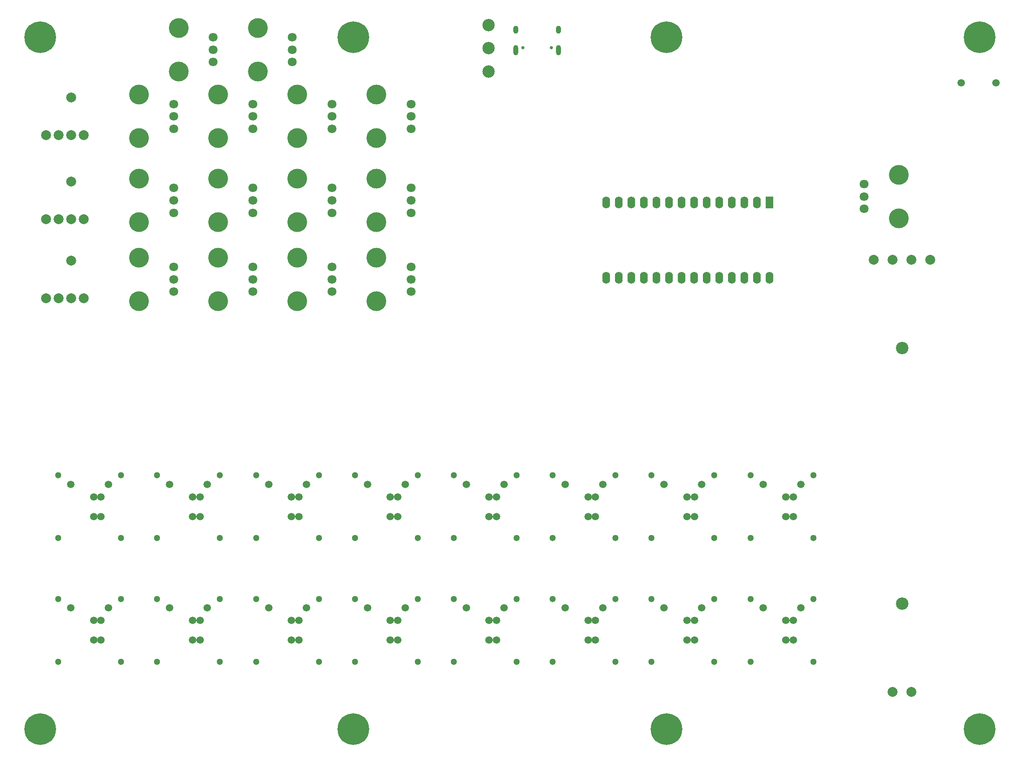
<source format=gbr>
%TF.GenerationSoftware,KiCad,Pcbnew,8.0.1-8.0.1-1~ubuntu22.04.1*%
%TF.CreationDate,2024-04-05T09:56:01+02:00*%
%TF.ProjectId,Sequencer,53657175-656e-4636-9572-2e6b69636164,rev?*%
%TF.SameCoordinates,Original*%
%TF.FileFunction,Soldermask,Bot*%
%TF.FilePolarity,Negative*%
%FSLAX46Y46*%
G04 Gerber Fmt 4.6, Leading zero omitted, Abs format (unit mm)*
G04 Created by KiCad (PCBNEW 8.0.1-8.0.1-1~ubuntu22.04.1) date 2024-04-05 09:56:01*
%MOMM*%
%LPD*%
G01*
G04 APERTURE LIST*
%ADD10C,4.000000*%
%ADD11C,1.800000*%
%ADD12C,1.300000*%
%ADD13C,1.512000*%
%ADD14C,0.800000*%
%ADD15C,6.400000*%
%ADD16C,2.006600*%
%ADD17C,2.514600*%
%ADD18C,2.000000*%
%ADD19C,2.500000*%
%ADD20C,0.650000*%
%ADD21O,1.000000X2.100000*%
%ADD22O,1.000000X1.600000*%
%ADD23R,1.600000X2.400000*%
%ADD24O,1.600000X2.400000*%
%ADD25C,1.500000*%
G04 APERTURE END LIST*
D10*
%TO.C,RV516*%
X278650000Y-82800000D03*
X278650000Y-91600000D03*
D11*
X271650000Y-84700000D03*
X271650000Y-87200000D03*
X271650000Y-89700000D03*
%TD*%
D10*
%TO.C,RV511*%
X133000000Y-61900000D03*
X133000000Y-53100000D03*
D11*
X140000000Y-60000000D03*
X140000000Y-57500000D03*
X140000000Y-55000000D03*
%TD*%
D12*
%TO.C,S408*%
X248650000Y-143650000D03*
X248650000Y-156350000D03*
X261350000Y-143650000D03*
X261350000Y-156350000D03*
D13*
X251190000Y-145500000D03*
X258810000Y-145500000D03*
X255800000Y-152000000D03*
X257300000Y-152000000D03*
X257300000Y-148000000D03*
X255800000Y-148000000D03*
%TD*%
D14*
%TO.C,H102*%
X165933333Y-55000000D03*
X166636277Y-53302944D03*
X166636277Y-56697056D03*
X168333333Y-52600000D03*
D15*
X168333333Y-55000000D03*
D14*
X168333333Y-57400000D03*
X170030389Y-53302944D03*
X170030389Y-56697056D03*
X170733333Y-55000000D03*
%TD*%
%TO.C,H104*%
X292600000Y-55000000D03*
X293302944Y-53302944D03*
X293302944Y-56697056D03*
X295000000Y-52600000D03*
D15*
X295000000Y-55000000D03*
D14*
X295000000Y-57400000D03*
X296697056Y-53302944D03*
X296697056Y-56697056D03*
X297400000Y-55000000D03*
%TD*%
D16*
%TO.C,RV514*%
X281200000Y-100000000D03*
X285000000Y-100000000D03*
X281200000Y-187500004D03*
X277400000Y-100000000D03*
X273600000Y-100000000D03*
X277400000Y-187500004D03*
D17*
X279299999Y-117900003D03*
X279299999Y-169600002D03*
%TD*%
D14*
%TO.C,H107*%
X229266667Y-195000000D03*
X229969611Y-193302944D03*
X229969611Y-196697056D03*
X231666667Y-192600000D03*
D15*
X231666667Y-195000000D03*
D14*
X231666667Y-197400000D03*
X233363723Y-193302944D03*
X233363723Y-196697056D03*
X234066667Y-195000000D03*
%TD*%
D10*
%TO.C,RV505*%
X125000000Y-92400000D03*
X125000000Y-83600000D03*
D11*
X132000000Y-90500000D03*
X132000000Y-88000000D03*
X132000000Y-85500000D03*
%TD*%
D12*
%TO.C,S416*%
X248650000Y-168650000D03*
X248650000Y-181350000D03*
X261350000Y-168650000D03*
X261350000Y-181350000D03*
D13*
X251190000Y-170500000D03*
X258810000Y-170500000D03*
X255800000Y-177000000D03*
X257300000Y-177000000D03*
X257300000Y-173000000D03*
X255800000Y-173000000D03*
%TD*%
D12*
%TO.C,S409*%
X108650000Y-168650000D03*
X108650000Y-181350000D03*
X121350000Y-168650000D03*
X121350000Y-181350000D03*
D13*
X111190000Y-170500000D03*
X118810000Y-170500000D03*
X115800000Y-177000000D03*
X117300000Y-177000000D03*
X117300000Y-173000000D03*
X115800000Y-173000000D03*
%TD*%
D10*
%TO.C,RV507*%
X157000000Y-92400000D03*
X157000000Y-83600000D03*
D11*
X164000000Y-90500000D03*
X164000000Y-88000000D03*
X164000000Y-85500000D03*
%TD*%
D10*
%TO.C,RV512*%
X141000000Y-108400000D03*
X141000000Y-99600000D03*
D11*
X148000000Y-106500000D03*
X148000000Y-104000000D03*
X148000000Y-101500000D03*
%TD*%
D12*
%TO.C,S415*%
X228650000Y-168650000D03*
X228650000Y-181350000D03*
X241350000Y-168650000D03*
X241350000Y-181350000D03*
D13*
X231190000Y-170500000D03*
X238810000Y-170500000D03*
X235800000Y-177000000D03*
X237300000Y-177000000D03*
X237300000Y-173000000D03*
X235800000Y-173000000D03*
%TD*%
D18*
%TO.C,SW401*%
X113810000Y-91810000D03*
X111270000Y-91810000D03*
X108730000Y-91810000D03*
X106190000Y-91810000D03*
X111270000Y-84190000D03*
%TD*%
D12*
%TO.C,S401*%
X108650000Y-143650000D03*
X108650000Y-156350000D03*
X121350000Y-143650000D03*
X121350000Y-156350000D03*
D13*
X111190000Y-145500000D03*
X118810000Y-145500000D03*
X115800000Y-152000000D03*
X117300000Y-152000000D03*
X117300000Y-148000000D03*
X115800000Y-148000000D03*
%TD*%
D18*
%TO.C,SW402*%
X113810000Y-74810000D03*
X111270000Y-74810000D03*
X108730000Y-74810000D03*
X106190000Y-74810000D03*
X111270000Y-67190000D03*
%TD*%
D12*
%TO.C,S412*%
X168650000Y-168650000D03*
X168650000Y-181350000D03*
X181350000Y-168650000D03*
X181350000Y-181350000D03*
D13*
X171190000Y-170500000D03*
X178810000Y-170500000D03*
X175800000Y-177000000D03*
X177300000Y-177000000D03*
X177300000Y-173000000D03*
X175800000Y-173000000D03*
%TD*%
D10*
%TO.C,RV510*%
X125000000Y-108400000D03*
X125000000Y-99600000D03*
D11*
X132000000Y-106500000D03*
X132000000Y-104000000D03*
X132000000Y-101500000D03*
%TD*%
D12*
%TO.C,S405*%
X188650000Y-143650000D03*
X188650000Y-156350000D03*
X201350000Y-143650000D03*
X201350000Y-156350000D03*
D13*
X191190000Y-145500000D03*
X198810000Y-145500000D03*
X195800000Y-152000000D03*
X197300000Y-152000000D03*
X197300000Y-148000000D03*
X195800000Y-148000000D03*
%TD*%
D12*
%TO.C,S407*%
X228650000Y-143650000D03*
X228650000Y-156350000D03*
X241350000Y-143650000D03*
X241350000Y-156350000D03*
D13*
X231190000Y-145500000D03*
X238810000Y-145500000D03*
X235800000Y-152000000D03*
X237300000Y-152000000D03*
X237300000Y-148000000D03*
X235800000Y-148000000D03*
%TD*%
D12*
%TO.C,S414*%
X208650000Y-168650000D03*
X208650000Y-181350000D03*
X221350000Y-168650000D03*
X221350000Y-181350000D03*
D13*
X211190000Y-170500000D03*
X218810000Y-170500000D03*
X215800000Y-177000000D03*
X217300000Y-177000000D03*
X217300000Y-173000000D03*
X215800000Y-173000000D03*
%TD*%
D14*
%TO.C,H101*%
X102600000Y-55000000D03*
X103302944Y-53302944D03*
X103302944Y-56697056D03*
X105000000Y-52600000D03*
D15*
X105000000Y-55000000D03*
D14*
X105000000Y-57400000D03*
X106697056Y-53302944D03*
X106697056Y-56697056D03*
X107400000Y-55000000D03*
%TD*%
D10*
%TO.C,RV501*%
X125000000Y-75400000D03*
X125000000Y-66600000D03*
D11*
X132000000Y-73500000D03*
X132000000Y-71000000D03*
X132000000Y-68500000D03*
%TD*%
D10*
%TO.C,RV506*%
X141000000Y-92400000D03*
X141000000Y-83600000D03*
D11*
X148000000Y-90500000D03*
X148000000Y-88000000D03*
X148000000Y-85500000D03*
%TD*%
D12*
%TO.C,S403*%
X148650000Y-143650000D03*
X148650000Y-156350000D03*
X161350000Y-143650000D03*
X161350000Y-156350000D03*
D13*
X151190000Y-145500000D03*
X158810000Y-145500000D03*
X155800000Y-152000000D03*
X157300000Y-152000000D03*
X157300000Y-148000000D03*
X155800000Y-148000000D03*
%TD*%
D14*
%TO.C,H106*%
X165933333Y-195000000D03*
X166636277Y-193302944D03*
X166636277Y-196697056D03*
X168333333Y-192600000D03*
D15*
X168333333Y-195000000D03*
D14*
X168333333Y-197400000D03*
X170030389Y-193302944D03*
X170030389Y-196697056D03*
X170733333Y-195000000D03*
%TD*%
D10*
%TO.C,RV502*%
X141000000Y-75400000D03*
X141000000Y-66600000D03*
D11*
X148000000Y-73500000D03*
X148000000Y-71000000D03*
X148000000Y-68500000D03*
%TD*%
D14*
%TO.C,H105*%
X102600000Y-195000000D03*
X103302944Y-193302944D03*
X103302944Y-196697056D03*
X105000000Y-192600000D03*
D15*
X105000000Y-195000000D03*
D14*
X105000000Y-197400000D03*
X106697056Y-193302944D03*
X106697056Y-196697056D03*
X107400000Y-195000000D03*
%TD*%
D12*
%TO.C,S404*%
X168650000Y-143650000D03*
X168650000Y-156350000D03*
X181350000Y-143650000D03*
X181350000Y-156350000D03*
D13*
X171190000Y-145500000D03*
X178810000Y-145500000D03*
X175800000Y-152000000D03*
X177300000Y-152000000D03*
X177300000Y-148000000D03*
X175800000Y-148000000D03*
%TD*%
D12*
%TO.C,S402*%
X128650000Y-143650000D03*
X128650000Y-156350000D03*
X141350000Y-143650000D03*
X141350000Y-156350000D03*
D13*
X131190000Y-145500000D03*
X138810000Y-145500000D03*
X135800000Y-152000000D03*
X137300000Y-152000000D03*
X137300000Y-148000000D03*
X135800000Y-148000000D03*
%TD*%
D12*
%TO.C,S411*%
X148650000Y-168650000D03*
X148650000Y-181350000D03*
X161350000Y-168650000D03*
X161350000Y-181350000D03*
D13*
X151190000Y-170500000D03*
X158810000Y-170500000D03*
X155800000Y-177000000D03*
X157300000Y-177000000D03*
X157300000Y-173000000D03*
X155800000Y-173000000D03*
%TD*%
D12*
%TO.C,S410*%
X128650000Y-168650000D03*
X128650000Y-181350000D03*
X141350000Y-168650000D03*
X141350000Y-181350000D03*
D13*
X131190000Y-170500000D03*
X138810000Y-170500000D03*
X135800000Y-177000000D03*
X137300000Y-177000000D03*
X137300000Y-173000000D03*
X135800000Y-173000000D03*
%TD*%
D10*
%TO.C,RV515*%
X173000000Y-108400000D03*
X173000000Y-99600000D03*
D11*
X180000000Y-106500000D03*
X180000000Y-104000000D03*
X180000000Y-101500000D03*
%TD*%
D12*
%TO.C,S413*%
X188650000Y-168650000D03*
X188650000Y-181350000D03*
X201350000Y-168650000D03*
X201350000Y-181350000D03*
D13*
X191190000Y-170500000D03*
X198810000Y-170500000D03*
X195800000Y-177000000D03*
X197300000Y-177000000D03*
X197300000Y-173000000D03*
X195800000Y-173000000D03*
%TD*%
D19*
%TO.C,SW601*%
X195700000Y-61900000D03*
X195700000Y-57200000D03*
X195700000Y-52500000D03*
%TD*%
D10*
%TO.C,RV504*%
X173000000Y-75400000D03*
X173000000Y-66600000D03*
D11*
X180000000Y-73500000D03*
X180000000Y-71000000D03*
X180000000Y-68500000D03*
%TD*%
D10*
%TO.C,RV509*%
X149000000Y-61900000D03*
X149000000Y-53100000D03*
D11*
X156000000Y-60000000D03*
X156000000Y-57500000D03*
X156000000Y-55000000D03*
%TD*%
D14*
%TO.C,H103*%
X229266667Y-55000000D03*
X229969611Y-53302944D03*
X229969611Y-56697056D03*
X231666667Y-52600000D03*
D15*
X231666667Y-55000000D03*
D14*
X231666667Y-57400000D03*
X233363723Y-53302944D03*
X233363723Y-56697056D03*
X234066667Y-55000000D03*
%TD*%
D20*
%TO.C,J601*%
X208390000Y-57100000D03*
X202610000Y-57100000D03*
D21*
X209820000Y-57630000D03*
D22*
X209820000Y-53450000D03*
D21*
X201180000Y-57630000D03*
D22*
X201180000Y-53450000D03*
%TD*%
D23*
%TO.C,U201*%
X252520000Y-88460000D03*
D24*
X249980000Y-88460000D03*
X247440000Y-88460000D03*
X244900000Y-88460000D03*
X242360000Y-88460000D03*
X239820000Y-88460000D03*
X237280000Y-88460000D03*
X234740000Y-88460000D03*
X232200000Y-88460000D03*
X229660000Y-88460000D03*
X227120000Y-88460000D03*
X224580000Y-88460000D03*
X222040000Y-88460000D03*
X219500000Y-88460000D03*
X219500000Y-103700000D03*
X222040000Y-103700000D03*
X224580000Y-103700000D03*
X227120000Y-103700000D03*
X229660000Y-103700000D03*
X232200000Y-103700000D03*
X234740000Y-103700000D03*
X237280000Y-103700000D03*
X239820000Y-103700000D03*
X242360000Y-103700000D03*
X244900000Y-103700000D03*
X247440000Y-103700000D03*
X249980000Y-103700000D03*
X252520000Y-103700000D03*
%TD*%
D10*
%TO.C,RV513*%
X157000000Y-108400000D03*
X157000000Y-99600000D03*
D11*
X164000000Y-106500000D03*
X164000000Y-104000000D03*
X164000000Y-101500000D03*
%TD*%
D14*
%TO.C,H108*%
X292600000Y-195000000D03*
X293302944Y-193302944D03*
X293302944Y-196697056D03*
X295000000Y-192600000D03*
D15*
X295000000Y-195000000D03*
D14*
X295000000Y-197400000D03*
X296697056Y-193302944D03*
X296697056Y-196697056D03*
X297400000Y-195000000D03*
%TD*%
D10*
%TO.C,RV503*%
X157000000Y-75400000D03*
X157000000Y-66600000D03*
D11*
X164000000Y-73500000D03*
X164000000Y-71000000D03*
X164000000Y-68500000D03*
%TD*%
D18*
%TO.C,SW403*%
X113810000Y-107810000D03*
X111270000Y-107810000D03*
X108730000Y-107810000D03*
X106190000Y-107810000D03*
X111270000Y-100190000D03*
%TD*%
D12*
%TO.C,S406*%
X208650000Y-143650000D03*
X208650000Y-156350000D03*
X221350000Y-143650000D03*
X221350000Y-156350000D03*
D13*
X211190000Y-145500000D03*
X218810000Y-145500000D03*
X215800000Y-152000000D03*
X217300000Y-152000000D03*
X217300000Y-148000000D03*
X215800000Y-148000000D03*
%TD*%
D10*
%TO.C,RV508*%
X173000000Y-92400000D03*
X173000000Y-83600000D03*
D11*
X180000000Y-90500000D03*
X180000000Y-88000000D03*
X180000000Y-85500000D03*
%TD*%
D25*
%TO.C,J101*%
X298300000Y-64200000D03*
X291300000Y-64200000D03*
%TD*%
M02*

</source>
